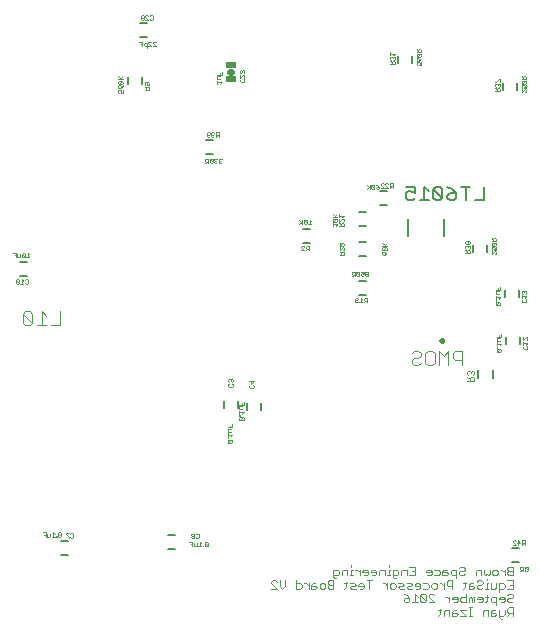
<source format=gbo>
G75*
%MOIN*%
%OFA0B0*%
%FSLAX25Y25*%
%IPPOS*%
%LPD*%
%AMOC8*
5,1,8,0,0,1.08239X$1,22.5*
%
%ADD10C,0.00200*%
%ADD11C,0.00600*%
%ADD12C,0.00100*%
%ADD13C,0.00400*%
%ADD14C,0.01000*%
%ADD15C,0.02200*%
%ADD16R,0.03740X0.01969*%
%ADD17C,0.00500*%
D10*
X0144695Y0042002D02*
X0146564Y0042002D01*
X0144695Y0043871D01*
X0144695Y0044338D01*
X0145162Y0044805D01*
X0146096Y0044805D01*
X0146564Y0044338D01*
X0147458Y0044805D02*
X0147458Y0042936D01*
X0148392Y0042002D01*
X0149326Y0042936D01*
X0149326Y0044805D01*
X0152982Y0044805D02*
X0152982Y0042002D01*
X0154384Y0042002D01*
X0154851Y0042469D01*
X0154851Y0043404D01*
X0154384Y0043871D01*
X0152982Y0043871D01*
X0155751Y0043871D02*
X0156218Y0043871D01*
X0157153Y0042936D01*
X0158047Y0042936D02*
X0159448Y0042936D01*
X0159915Y0042469D01*
X0159448Y0042002D01*
X0158047Y0042002D01*
X0158047Y0043404D01*
X0158514Y0043871D01*
X0159448Y0043871D01*
X0160809Y0043404D02*
X0160809Y0042469D01*
X0161276Y0042002D01*
X0162210Y0042002D01*
X0162677Y0042469D01*
X0162677Y0043404D01*
X0162210Y0043871D01*
X0161276Y0043871D01*
X0160809Y0043404D01*
X0163571Y0043871D02*
X0164038Y0043404D01*
X0165440Y0043404D01*
X0165440Y0044805D02*
X0164038Y0044805D01*
X0163571Y0044338D01*
X0163571Y0043871D01*
X0164038Y0043404D02*
X0163571Y0042936D01*
X0163571Y0042469D01*
X0164038Y0042002D01*
X0165440Y0042002D01*
X0165440Y0044805D01*
X0165880Y0045568D02*
X0165413Y0046035D01*
X0165413Y0048371D01*
X0166814Y0048371D01*
X0167281Y0047904D01*
X0167281Y0046969D01*
X0166814Y0046502D01*
X0165413Y0046502D01*
X0165880Y0045568D02*
X0166347Y0045568D01*
X0168175Y0046502D02*
X0168175Y0047904D01*
X0168642Y0048371D01*
X0170044Y0048371D01*
X0170044Y0046502D01*
X0170951Y0046502D02*
X0171885Y0046502D01*
X0171418Y0046502D02*
X0171418Y0048371D01*
X0171885Y0048371D01*
X0172786Y0048371D02*
X0173253Y0048371D01*
X0174187Y0047436D01*
X0175081Y0047436D02*
X0176949Y0047436D01*
X0176949Y0046969D02*
X0176949Y0047904D01*
X0176482Y0048371D01*
X0175548Y0048371D01*
X0175081Y0047904D01*
X0175081Y0047436D01*
X0175548Y0046502D02*
X0176482Y0046502D01*
X0176949Y0046969D01*
X0177843Y0047436D02*
X0179712Y0047436D01*
X0179712Y0046969D02*
X0179712Y0047904D01*
X0179245Y0048371D01*
X0178311Y0048371D01*
X0177843Y0047904D01*
X0177843Y0047436D01*
X0178311Y0046502D02*
X0179245Y0046502D01*
X0179712Y0046969D01*
X0180606Y0046502D02*
X0180606Y0047904D01*
X0181073Y0048371D01*
X0182474Y0048371D01*
X0182474Y0046502D01*
X0183382Y0046502D02*
X0184316Y0046502D01*
X0183849Y0046502D02*
X0183849Y0048371D01*
X0184316Y0048371D01*
X0185210Y0048371D02*
X0186611Y0048371D01*
X0187078Y0047904D01*
X0187078Y0046969D01*
X0186611Y0046502D01*
X0185210Y0046502D01*
X0185210Y0046035D02*
X0185210Y0048371D01*
X0183849Y0049305D02*
X0183849Y0049772D01*
X0187972Y0047904D02*
X0187972Y0046502D01*
X0187972Y0047904D02*
X0188439Y0048371D01*
X0189840Y0048371D01*
X0189840Y0046502D01*
X0190734Y0046502D02*
X0192603Y0046502D01*
X0192603Y0049305D01*
X0190734Y0049305D01*
X0191669Y0047904D02*
X0192603Y0047904D01*
X0196259Y0047904D02*
X0196259Y0047436D01*
X0198127Y0047436D01*
X0198127Y0046969D02*
X0198127Y0047904D01*
X0197660Y0048371D01*
X0196726Y0048371D01*
X0196259Y0047904D01*
X0196726Y0046502D02*
X0197660Y0046502D01*
X0198127Y0046969D01*
X0199022Y0046502D02*
X0200423Y0046502D01*
X0200890Y0046969D01*
X0200890Y0047904D01*
X0200423Y0048371D01*
X0199022Y0048371D01*
X0201784Y0047904D02*
X0201784Y0046502D01*
X0203185Y0046502D01*
X0203652Y0046969D01*
X0203185Y0047436D01*
X0201784Y0047436D01*
X0201784Y0047904D02*
X0202251Y0048371D01*
X0203185Y0048371D01*
X0204546Y0047904D02*
X0204546Y0046969D01*
X0205013Y0046502D01*
X0206414Y0046502D01*
X0206414Y0045568D02*
X0206414Y0048371D01*
X0205013Y0048371D01*
X0204546Y0047904D01*
X0207309Y0047436D02*
X0207309Y0046969D01*
X0207776Y0046502D01*
X0208710Y0046502D01*
X0209177Y0046969D01*
X0208710Y0047904D02*
X0207776Y0047904D01*
X0207309Y0047436D01*
X0207309Y0048838D02*
X0207776Y0049305D01*
X0208710Y0049305D01*
X0209177Y0048838D01*
X0209177Y0048371D01*
X0208710Y0047904D01*
X0209170Y0044338D02*
X0209170Y0042469D01*
X0208703Y0042002D01*
X0210531Y0042002D02*
X0211933Y0042002D01*
X0212400Y0042469D01*
X0211933Y0042936D01*
X0210531Y0042936D01*
X0210531Y0043404D02*
X0210531Y0042002D01*
X0210531Y0043404D02*
X0210998Y0043871D01*
X0211933Y0043871D01*
X0213294Y0044338D02*
X0213761Y0044805D01*
X0214695Y0044805D01*
X0215162Y0044338D01*
X0215162Y0043871D01*
X0214695Y0043404D01*
X0213761Y0043404D01*
X0213294Y0042936D01*
X0213294Y0042469D01*
X0213761Y0042002D01*
X0214695Y0042002D01*
X0215162Y0042469D01*
X0216069Y0042002D02*
X0217003Y0042002D01*
X0216536Y0042002D02*
X0216536Y0043871D01*
X0217003Y0043871D01*
X0217898Y0043871D02*
X0217898Y0042002D01*
X0219299Y0042002D01*
X0219766Y0042469D01*
X0219766Y0043871D01*
X0220660Y0043871D02*
X0222061Y0043871D01*
X0222528Y0043404D01*
X0222528Y0042469D01*
X0222061Y0042002D01*
X0220660Y0042002D01*
X0220660Y0041068D02*
X0220660Y0043871D01*
X0219759Y0046502D02*
X0218825Y0046502D01*
X0218358Y0046969D01*
X0218358Y0047904D01*
X0218825Y0048371D01*
X0219759Y0048371D01*
X0220226Y0047904D01*
X0220226Y0046969D01*
X0219759Y0046502D01*
X0221127Y0048371D02*
X0221594Y0048371D01*
X0222528Y0047436D01*
X0223422Y0047436D02*
X0223422Y0046969D01*
X0223889Y0046502D01*
X0225291Y0046502D01*
X0225291Y0049305D01*
X0223889Y0049305D01*
X0223422Y0048838D01*
X0223422Y0048371D01*
X0223889Y0047904D01*
X0225291Y0047904D01*
X0223889Y0047904D02*
X0223422Y0047436D01*
X0222528Y0046502D02*
X0222528Y0048371D01*
X0223422Y0044805D02*
X0225291Y0044805D01*
X0225291Y0042002D01*
X0223422Y0042002D01*
X0224356Y0043404D02*
X0225291Y0043404D01*
X0224823Y0040305D02*
X0225291Y0039838D01*
X0225291Y0039371D01*
X0224823Y0038904D01*
X0223889Y0038904D01*
X0223422Y0038436D01*
X0223422Y0037969D01*
X0223889Y0037502D01*
X0224823Y0037502D01*
X0225291Y0037969D01*
X0225291Y0035805D02*
X0223889Y0035805D01*
X0223422Y0035338D01*
X0223422Y0034404D01*
X0223889Y0033936D01*
X0225291Y0033936D01*
X0225291Y0033002D02*
X0225291Y0035805D01*
X0224356Y0033936D02*
X0223422Y0033002D01*
X0222528Y0033469D02*
X0222528Y0034871D01*
X0222528Y0033469D02*
X0222061Y0033002D01*
X0220660Y0033002D01*
X0220660Y0032535D02*
X0221127Y0032068D01*
X0221594Y0032068D01*
X0220660Y0032535D02*
X0220660Y0034871D01*
X0219299Y0034871D02*
X0218365Y0034871D01*
X0217898Y0034404D01*
X0217898Y0033002D01*
X0219299Y0033002D01*
X0219766Y0033469D01*
X0219299Y0033936D01*
X0217898Y0033936D01*
X0217003Y0033002D02*
X0217003Y0034871D01*
X0215602Y0034871D01*
X0215135Y0034404D01*
X0215135Y0033002D01*
X0211479Y0033002D02*
X0210545Y0033002D01*
X0211012Y0033002D02*
X0211012Y0035805D01*
X0211479Y0035805D02*
X0210545Y0035805D01*
X0209637Y0034871D02*
X0207769Y0034871D01*
X0209637Y0033002D01*
X0207769Y0033002D01*
X0206875Y0033469D02*
X0206408Y0033936D01*
X0205007Y0033936D01*
X0205007Y0034404D02*
X0205007Y0033002D01*
X0206408Y0033002D01*
X0206875Y0033469D01*
X0206408Y0034871D02*
X0205474Y0034871D01*
X0205007Y0034404D01*
X0204113Y0034871D02*
X0204113Y0033002D01*
X0204113Y0034871D02*
X0202711Y0034871D01*
X0202244Y0034404D01*
X0202244Y0033002D01*
X0200883Y0033469D02*
X0200416Y0033002D01*
X0200883Y0033469D02*
X0200883Y0035338D01*
X0201350Y0034871D02*
X0200416Y0034871D01*
X0199048Y0037502D02*
X0197180Y0039371D01*
X0197180Y0039838D01*
X0197647Y0040305D01*
X0198581Y0040305D01*
X0199048Y0039838D01*
X0199502Y0042002D02*
X0199969Y0042469D01*
X0199969Y0043404D01*
X0199502Y0043871D01*
X0198568Y0043871D01*
X0198101Y0043404D01*
X0198101Y0042469D01*
X0198568Y0042002D01*
X0199502Y0042002D01*
X0200870Y0043871D02*
X0201337Y0043871D01*
X0202271Y0042936D01*
X0202271Y0042002D02*
X0202271Y0043871D01*
X0203165Y0044338D02*
X0203165Y0043404D01*
X0203632Y0042936D01*
X0205033Y0042936D01*
X0205033Y0042002D02*
X0205033Y0044805D01*
X0203632Y0044805D01*
X0203165Y0044338D01*
X0203178Y0039371D02*
X0202711Y0039371D01*
X0203178Y0039371D02*
X0204113Y0038436D01*
X0205007Y0038436D02*
X0206875Y0038436D01*
X0206875Y0037969D02*
X0206875Y0038904D01*
X0206408Y0039371D01*
X0205474Y0039371D01*
X0205007Y0038904D01*
X0205007Y0038436D01*
X0205474Y0037502D02*
X0206408Y0037502D01*
X0206875Y0037969D01*
X0207769Y0037969D02*
X0207769Y0038904D01*
X0208236Y0039371D01*
X0209637Y0039371D01*
X0209637Y0040305D02*
X0209637Y0037502D01*
X0208236Y0037502D01*
X0207769Y0037969D01*
X0210531Y0037502D02*
X0210531Y0038904D01*
X0210998Y0039371D01*
X0211465Y0038904D01*
X0211465Y0037502D01*
X0212400Y0037502D02*
X0212400Y0039371D01*
X0211933Y0039371D01*
X0211465Y0038904D01*
X0213294Y0038904D02*
X0213294Y0038436D01*
X0215162Y0038436D01*
X0215162Y0037969D02*
X0215162Y0038904D01*
X0214695Y0039371D01*
X0213761Y0039371D01*
X0213294Y0038904D01*
X0213761Y0037502D02*
X0214695Y0037502D01*
X0215162Y0037969D01*
X0216069Y0037502D02*
X0216536Y0037969D01*
X0216536Y0039838D01*
X0217003Y0039371D02*
X0216069Y0039371D01*
X0217898Y0038904D02*
X0217898Y0037969D01*
X0218365Y0037502D01*
X0219766Y0037502D01*
X0219766Y0036568D02*
X0219766Y0039371D01*
X0218365Y0039371D01*
X0217898Y0038904D01*
X0220660Y0038904D02*
X0220660Y0038436D01*
X0222528Y0038436D01*
X0222528Y0037969D02*
X0222528Y0038904D01*
X0222061Y0039371D01*
X0221127Y0039371D01*
X0220660Y0038904D01*
X0221127Y0037502D02*
X0222061Y0037502D01*
X0222528Y0037969D01*
X0223422Y0039838D02*
X0223889Y0040305D01*
X0224823Y0040305D01*
X0216536Y0044805D02*
X0216536Y0045272D01*
X0216997Y0046502D02*
X0216530Y0046969D01*
X0216063Y0046502D01*
X0215596Y0046969D01*
X0215596Y0048371D01*
X0214702Y0048371D02*
X0213300Y0048371D01*
X0212833Y0047904D01*
X0212833Y0046502D01*
X0214702Y0046502D02*
X0214702Y0048371D01*
X0217464Y0048371D02*
X0217464Y0046969D01*
X0216997Y0046502D01*
X0209637Y0043871D02*
X0208703Y0043871D01*
X0204113Y0039371D02*
X0204113Y0037502D01*
X0199048Y0037502D02*
X0197180Y0037502D01*
X0196286Y0037969D02*
X0194418Y0039838D01*
X0194418Y0037969D01*
X0194885Y0037502D01*
X0195819Y0037502D01*
X0196286Y0037969D01*
X0196286Y0039838D01*
X0195819Y0040305D01*
X0194885Y0040305D01*
X0194418Y0039838D01*
X0193523Y0039371D02*
X0192589Y0040305D01*
X0192589Y0037502D01*
X0193523Y0037502D02*
X0191655Y0037502D01*
X0190761Y0037969D02*
X0190294Y0037502D01*
X0189360Y0037502D01*
X0188893Y0037969D01*
X0188893Y0038436D01*
X0189360Y0038904D01*
X0190761Y0038904D01*
X0190761Y0037969D01*
X0190761Y0038904D02*
X0189827Y0039838D01*
X0188893Y0040305D01*
X0188920Y0042002D02*
X0187518Y0042002D01*
X0187051Y0042469D01*
X0187518Y0042936D01*
X0188453Y0042936D01*
X0188920Y0043404D01*
X0188453Y0043871D01*
X0187051Y0043871D01*
X0186157Y0043404D02*
X0186157Y0042469D01*
X0185690Y0042002D01*
X0184756Y0042002D01*
X0184289Y0042469D01*
X0184289Y0043404D01*
X0184756Y0043871D01*
X0185690Y0043871D01*
X0186157Y0043404D01*
X0186144Y0045568D02*
X0185677Y0045568D01*
X0185210Y0046035D01*
X0183395Y0043871D02*
X0183395Y0042002D01*
X0183395Y0042936D02*
X0182461Y0043871D01*
X0181994Y0043871D01*
X0178331Y0044805D02*
X0176462Y0044805D01*
X0177396Y0044805D02*
X0177396Y0042002D01*
X0175568Y0042469D02*
X0175568Y0043404D01*
X0175101Y0043871D01*
X0174167Y0043871D01*
X0173700Y0043404D01*
X0173700Y0042936D01*
X0175568Y0042936D01*
X0175568Y0042469D02*
X0175101Y0042002D01*
X0174167Y0042002D01*
X0172806Y0042002D02*
X0171405Y0042002D01*
X0170938Y0042469D01*
X0171405Y0042936D01*
X0172339Y0042936D01*
X0172806Y0043404D01*
X0172339Y0043871D01*
X0170938Y0043871D01*
X0170044Y0043871D02*
X0169109Y0043871D01*
X0169576Y0044338D02*
X0169576Y0042469D01*
X0169109Y0042002D01*
X0174187Y0046502D02*
X0174187Y0048371D01*
X0171418Y0049305D02*
X0171418Y0049772D01*
X0157153Y0043871D02*
X0157153Y0042002D01*
X0189814Y0042469D02*
X0190281Y0042936D01*
X0191215Y0042936D01*
X0191682Y0043404D01*
X0191215Y0043871D01*
X0189814Y0043871D01*
X0189814Y0042469D02*
X0190281Y0042002D01*
X0191682Y0042002D01*
X0192576Y0042936D02*
X0194444Y0042936D01*
X0194444Y0042469D02*
X0194444Y0043404D01*
X0193977Y0043871D01*
X0193043Y0043871D01*
X0192576Y0043404D01*
X0192576Y0042936D01*
X0193043Y0042002D02*
X0193977Y0042002D01*
X0194444Y0042469D01*
X0195338Y0042002D02*
X0196740Y0042002D01*
X0197207Y0042469D01*
X0197207Y0043404D01*
X0196740Y0043871D01*
X0195338Y0043871D01*
X0210074Y0111137D02*
X0212238Y0111137D01*
X0212238Y0112219D01*
X0211877Y0112580D01*
X0211156Y0112580D01*
X0210795Y0112219D01*
X0210795Y0111137D01*
X0210795Y0111858D02*
X0210074Y0112580D01*
X0210434Y0113312D02*
X0210074Y0113673D01*
X0210074Y0114394D01*
X0210434Y0114755D01*
X0210795Y0114755D01*
X0211156Y0114394D01*
X0211156Y0114033D01*
X0211156Y0114394D02*
X0211516Y0114755D01*
X0211877Y0114755D01*
X0212238Y0114394D01*
X0212238Y0113673D01*
X0211877Y0113312D01*
D11*
X0213755Y0112431D02*
X0213755Y0114793D01*
X0218480Y0114793D02*
X0218480Y0112431D01*
X0222887Y0123674D02*
X0222887Y0126036D01*
X0227611Y0126036D02*
X0227611Y0123674D01*
X0227272Y0139249D02*
X0227272Y0141611D01*
X0222548Y0141611D02*
X0222548Y0139249D01*
X0216580Y0154131D02*
X0216580Y0156493D01*
X0211855Y0156493D02*
X0211855Y0154131D01*
X0202296Y0159509D02*
X0202296Y0165119D01*
X0190139Y0165119D02*
X0190139Y0159509D01*
X0183398Y0169950D02*
X0181036Y0169950D01*
X0181036Y0174674D02*
X0183398Y0174674D01*
X0176398Y0167674D02*
X0174036Y0167674D01*
X0174036Y0162950D02*
X0176398Y0162950D01*
X0176398Y0157674D02*
X0174036Y0157674D01*
X0174036Y0152950D02*
X0176398Y0152950D01*
X0176398Y0144674D02*
X0174036Y0144674D01*
X0174036Y0139950D02*
X0176398Y0139950D01*
X0157529Y0157228D02*
X0155167Y0157228D01*
X0155167Y0161952D02*
X0157529Y0161952D01*
X0125398Y0186950D02*
X0123036Y0186950D01*
X0123036Y0191674D02*
X0125398Y0191674D01*
X0101580Y0210131D02*
X0101580Y0212493D01*
X0096855Y0212493D02*
X0096855Y0210131D01*
X0101036Y0225950D02*
X0103398Y0225950D01*
X0103398Y0230674D02*
X0101036Y0230674D01*
X0063391Y0150910D02*
X0061028Y0150910D01*
X0061028Y0146186D02*
X0063391Y0146186D01*
X0128855Y0104485D02*
X0128855Y0102123D01*
X0133580Y0102123D02*
X0133580Y0104485D01*
X0136729Y0104036D02*
X0136729Y0101674D01*
X0141454Y0101674D02*
X0141454Y0104036D01*
X0112745Y0059965D02*
X0110383Y0059965D01*
X0110383Y0055241D02*
X0112745Y0055241D01*
X0076910Y0053375D02*
X0074548Y0053375D01*
X0074548Y0058099D02*
X0076910Y0058099D01*
X0221855Y0208131D02*
X0221855Y0210493D01*
X0226580Y0210493D02*
X0226580Y0208131D01*
X0191580Y0217131D02*
X0191580Y0219493D01*
X0186855Y0219493D02*
X0186855Y0217131D01*
X0225036Y0055674D02*
X0227398Y0055674D01*
X0227398Y0050950D02*
X0225036Y0050950D01*
D12*
X0069523Y0059287D02*
X0069523Y0060788D01*
X0068522Y0060788D01*
X0069022Y0060038D02*
X0069523Y0060038D01*
X0069995Y0060288D02*
X0069995Y0059287D01*
X0070746Y0059287D01*
X0070996Y0059537D01*
X0070996Y0060288D01*
X0071969Y0060788D02*
X0071969Y0059287D01*
X0072469Y0059287D02*
X0071468Y0059287D01*
X0072469Y0060288D02*
X0071969Y0060788D01*
X0072956Y0059537D02*
X0072956Y0059287D01*
X0073206Y0059287D01*
X0073206Y0059537D01*
X0072956Y0059537D01*
X0073678Y0059537D02*
X0073928Y0059287D01*
X0074429Y0059287D01*
X0074679Y0059537D01*
X0073678Y0060538D01*
X0073678Y0059537D01*
X0073678Y0060538D02*
X0073928Y0060788D01*
X0074429Y0060788D01*
X0074679Y0060538D01*
X0074679Y0059537D01*
X0076205Y0060288D02*
X0077206Y0059287D01*
X0077206Y0059037D01*
X0077678Y0059287D02*
X0077928Y0059037D01*
X0078429Y0059037D01*
X0078679Y0059287D01*
X0078679Y0060288D01*
X0078429Y0060538D01*
X0077928Y0060538D01*
X0077678Y0060288D01*
X0077206Y0060538D02*
X0076205Y0060538D01*
X0076205Y0060288D01*
X0117357Y0057654D02*
X0118357Y0057654D01*
X0118357Y0056153D01*
X0118830Y0056153D02*
X0118830Y0057154D01*
X0118357Y0056904D02*
X0117857Y0056904D01*
X0118830Y0056153D02*
X0119580Y0056153D01*
X0119831Y0056403D01*
X0119831Y0057154D01*
X0120803Y0057654D02*
X0120803Y0056153D01*
X0120303Y0056153D02*
X0121304Y0056153D01*
X0121790Y0056153D02*
X0122041Y0056153D01*
X0122041Y0056403D01*
X0121790Y0056403D01*
X0121790Y0056153D01*
X0122513Y0056403D02*
X0122763Y0056153D01*
X0123264Y0056153D01*
X0123514Y0056403D01*
X0122513Y0057404D01*
X0122513Y0056403D01*
X0123514Y0056403D02*
X0123514Y0057404D01*
X0123264Y0057654D01*
X0122763Y0057654D01*
X0122513Y0057404D01*
X0121304Y0057154D02*
X0120803Y0057654D01*
X0120264Y0058903D02*
X0119763Y0058903D01*
X0119513Y0059153D01*
X0119041Y0059153D02*
X0119041Y0059404D01*
X0118790Y0059654D01*
X0118290Y0059654D01*
X0118040Y0059404D01*
X0118040Y0059153D01*
X0118290Y0058903D01*
X0118790Y0058903D01*
X0119041Y0059153D01*
X0118790Y0059654D02*
X0119041Y0059904D01*
X0119041Y0060154D01*
X0118790Y0060404D01*
X0118290Y0060404D01*
X0118040Y0060154D01*
X0118040Y0059904D01*
X0118290Y0059654D01*
X0119513Y0060154D02*
X0119763Y0060404D01*
X0120264Y0060404D01*
X0120514Y0060154D01*
X0120514Y0059153D01*
X0120264Y0058903D01*
X0130418Y0090724D02*
X0131418Y0091725D01*
X0130418Y0091725D01*
X0130167Y0091475D01*
X0130167Y0090974D01*
X0130418Y0090724D01*
X0131418Y0090724D01*
X0131669Y0090974D01*
X0131669Y0091475D01*
X0131418Y0091725D01*
X0130418Y0092198D02*
X0130418Y0092448D01*
X0130167Y0092448D01*
X0130167Y0092198D01*
X0130418Y0092198D01*
X0130167Y0092934D02*
X0130167Y0093935D01*
X0130167Y0093435D02*
X0131669Y0093435D01*
X0131168Y0092934D01*
X0131168Y0094407D02*
X0130418Y0094407D01*
X0130167Y0094658D01*
X0130167Y0095408D01*
X0131168Y0095408D01*
X0130918Y0095881D02*
X0130918Y0096381D01*
X0130167Y0095881D02*
X0131669Y0095881D01*
X0131669Y0096882D01*
X0134104Y0098400D02*
X0134355Y0098149D01*
X0135355Y0099150D01*
X0134355Y0099150D01*
X0134104Y0098900D01*
X0134104Y0098400D01*
X0134355Y0098149D02*
X0135355Y0098149D01*
X0135606Y0098400D01*
X0135606Y0098900D01*
X0135355Y0099150D01*
X0134355Y0099623D02*
X0134355Y0099873D01*
X0134104Y0099873D01*
X0134104Y0099623D01*
X0134355Y0099623D01*
X0134104Y0100359D02*
X0134104Y0101360D01*
X0134104Y0100860D02*
X0135606Y0100860D01*
X0135105Y0100359D01*
X0135105Y0101833D02*
X0134355Y0101833D01*
X0134104Y0102083D01*
X0134104Y0102833D01*
X0135105Y0102833D01*
X0134855Y0103306D02*
X0134855Y0103806D01*
X0135606Y0103306D02*
X0135606Y0104307D01*
X0135606Y0103306D02*
X0134104Y0103306D01*
X0131668Y0109407D02*
X0130668Y0109407D01*
X0130417Y0109658D01*
X0130417Y0110158D01*
X0130668Y0110408D01*
X0130668Y0110881D02*
X0130417Y0111131D01*
X0130417Y0111631D01*
X0130668Y0111882D01*
X0130918Y0111882D01*
X0131168Y0111631D01*
X0131168Y0111381D01*
X0131168Y0111631D02*
X0131418Y0111882D01*
X0131668Y0111882D01*
X0131919Y0111631D01*
X0131919Y0111131D01*
X0131668Y0110881D01*
X0131668Y0110408D02*
X0131919Y0110158D01*
X0131919Y0109658D01*
X0131668Y0109407D01*
X0137291Y0109209D02*
X0137291Y0109709D01*
X0137542Y0109959D01*
X0138042Y0110432D02*
X0138042Y0111433D01*
X0138793Y0111182D02*
X0138042Y0110432D01*
X0138542Y0109959D02*
X0138793Y0109709D01*
X0138793Y0109209D01*
X0138542Y0108959D01*
X0137542Y0108959D01*
X0137291Y0109209D01*
X0137291Y0111182D02*
X0138793Y0111182D01*
X0172640Y0137762D02*
X0172640Y0138763D01*
X0172890Y0139013D01*
X0173390Y0139013D01*
X0173641Y0138763D01*
X0173641Y0138513D01*
X0173390Y0138262D01*
X0172640Y0138262D01*
X0172640Y0137762D02*
X0172890Y0137512D01*
X0173390Y0137512D01*
X0173641Y0137762D01*
X0174113Y0137512D02*
X0175114Y0137512D01*
X0175586Y0137512D02*
X0176087Y0138012D01*
X0175836Y0138012D02*
X0176587Y0138012D01*
X0176587Y0137512D02*
X0176587Y0139013D01*
X0175836Y0139013D01*
X0175586Y0138763D01*
X0175586Y0138262D01*
X0175836Y0138012D01*
X0175114Y0138513D02*
X0174613Y0139013D01*
X0174613Y0137512D01*
X0174836Y0146262D02*
X0175337Y0146262D01*
X0175587Y0146512D01*
X0176060Y0146512D02*
X0176060Y0147513D01*
X0176310Y0147763D01*
X0176810Y0147763D01*
X0177060Y0147513D01*
X0177060Y0147263D01*
X0176810Y0147012D01*
X0176060Y0147012D01*
X0175587Y0147012D02*
X0175087Y0147263D01*
X0174836Y0147263D01*
X0174586Y0147012D01*
X0174586Y0146512D01*
X0174836Y0146262D01*
X0174114Y0146512D02*
X0173113Y0147513D01*
X0173113Y0146512D01*
X0173363Y0146262D01*
X0173864Y0146262D01*
X0174114Y0146512D01*
X0174114Y0147513D01*
X0173864Y0147763D01*
X0173363Y0147763D01*
X0173113Y0147513D01*
X0172641Y0147763D02*
X0171890Y0147763D01*
X0171640Y0147513D01*
X0171640Y0147012D01*
X0171890Y0146762D01*
X0172641Y0146762D01*
X0172641Y0146262D02*
X0172641Y0147763D01*
X0172140Y0146762D02*
X0171640Y0146262D01*
X0174586Y0147763D02*
X0175587Y0147763D01*
X0175587Y0147012D01*
X0176060Y0146512D02*
X0176310Y0146262D01*
X0176810Y0146262D01*
X0177060Y0146512D01*
X0182018Y0153362D02*
X0181767Y0153612D01*
X0181767Y0154112D01*
X0182018Y0154363D01*
X0182268Y0154363D01*
X0182518Y0154112D01*
X0182518Y0153362D01*
X0182018Y0153362D01*
X0182518Y0153362D02*
X0183018Y0153862D01*
X0183269Y0154363D01*
X0183018Y0154835D02*
X0183269Y0155085D01*
X0183269Y0155586D01*
X0183018Y0155836D01*
X0182018Y0154835D01*
X0181767Y0155085D01*
X0181767Y0155586D01*
X0182018Y0155836D01*
X0183018Y0155836D01*
X0183269Y0156308D02*
X0181767Y0156308D01*
X0182268Y0156308D02*
X0183269Y0157309D01*
X0182518Y0156559D02*
X0181767Y0157309D01*
X0182018Y0154835D02*
X0183018Y0154835D01*
X0169019Y0155085D02*
X0168768Y0154835D01*
X0169019Y0155085D02*
X0169019Y0155586D01*
X0168768Y0155836D01*
X0168518Y0155836D01*
X0167517Y0154835D01*
X0167517Y0155836D01*
X0167768Y0156308D02*
X0168768Y0157309D01*
X0167768Y0157309D01*
X0167517Y0157059D01*
X0167517Y0156559D01*
X0167768Y0156308D01*
X0168768Y0156308D01*
X0169019Y0156559D01*
X0169019Y0157059D01*
X0168768Y0157309D01*
X0168768Y0154363D02*
X0168268Y0154363D01*
X0168018Y0154112D01*
X0168018Y0153362D01*
X0168018Y0153862D02*
X0167517Y0154363D01*
X0167517Y0153362D02*
X0169019Y0153362D01*
X0169019Y0154112D01*
X0168768Y0154363D01*
X0168919Y0162942D02*
X0167417Y0162942D01*
X0167918Y0162942D02*
X0167918Y0163693D01*
X0168168Y0163943D01*
X0168668Y0163943D01*
X0168919Y0163693D01*
X0168919Y0162942D01*
X0167918Y0163442D02*
X0167417Y0163943D01*
X0167417Y0164415D02*
X0168418Y0165416D01*
X0168668Y0165416D01*
X0168919Y0165166D01*
X0168919Y0164666D01*
X0168668Y0164415D01*
X0167417Y0164415D02*
X0167417Y0165416D01*
X0167417Y0165889D02*
X0167417Y0166889D01*
X0167417Y0166389D02*
X0168919Y0166389D01*
X0168418Y0165889D01*
X0166669Y0165889D02*
X0165167Y0165889D01*
X0165668Y0165889D02*
X0166669Y0166889D01*
X0165918Y0166139D02*
X0165167Y0166889D01*
X0165418Y0165416D02*
X0165167Y0165166D01*
X0165167Y0164666D01*
X0165418Y0164415D01*
X0166418Y0165416D01*
X0165418Y0165416D01*
X0166418Y0165416D02*
X0166669Y0165166D01*
X0166669Y0164666D01*
X0166418Y0164415D01*
X0165418Y0164415D01*
X0165167Y0163943D02*
X0165167Y0162942D01*
X0165167Y0163442D02*
X0166669Y0163442D01*
X0166168Y0162942D01*
X0158037Y0163584D02*
X0157036Y0163584D01*
X0157536Y0163584D02*
X0157536Y0165085D01*
X0158037Y0164585D01*
X0156563Y0164835D02*
X0156313Y0165085D01*
X0155813Y0165085D01*
X0155563Y0164835D01*
X0156563Y0163834D01*
X0156313Y0163584D01*
X0155813Y0163584D01*
X0155563Y0163834D01*
X0155563Y0164835D01*
X0155090Y0165085D02*
X0155090Y0163584D01*
X0155090Y0164084D02*
X0154089Y0165085D01*
X0154840Y0164334D02*
X0154089Y0163584D01*
X0156563Y0163834D02*
X0156563Y0164835D01*
X0156494Y0156291D02*
X0156244Y0156041D01*
X0156244Y0155540D01*
X0156494Y0155290D01*
X0157245Y0155290D01*
X0157245Y0154790D02*
X0157245Y0156291D01*
X0156494Y0156291D01*
X0155771Y0156041D02*
X0155521Y0156291D01*
X0155021Y0156291D01*
X0154770Y0156041D01*
X0154770Y0155791D01*
X0155771Y0154790D01*
X0154770Y0154790D01*
X0156244Y0154790D02*
X0156744Y0155290D01*
X0176640Y0175262D02*
X0177390Y0176012D01*
X0177641Y0175762D02*
X0176640Y0176763D01*
X0177641Y0176763D02*
X0177641Y0175262D01*
X0178113Y0175512D02*
X0178363Y0175262D01*
X0178864Y0175262D01*
X0179114Y0175512D01*
X0178113Y0176513D01*
X0178113Y0175512D01*
X0179114Y0175512D02*
X0179114Y0176513D01*
X0178864Y0176763D01*
X0178363Y0176763D01*
X0178113Y0176513D01*
X0179586Y0176763D02*
X0180087Y0176513D01*
X0180587Y0176012D01*
X0179836Y0176012D01*
X0179586Y0175762D01*
X0179586Y0175512D01*
X0179836Y0175262D01*
X0180337Y0175262D01*
X0180587Y0175512D01*
X0180587Y0176012D01*
X0181220Y0175612D02*
X0182221Y0175612D01*
X0181220Y0176613D01*
X0181220Y0176863D01*
X0181470Y0177113D01*
X0181971Y0177113D01*
X0182221Y0176863D01*
X0182693Y0176863D02*
X0182943Y0177113D01*
X0183444Y0177113D01*
X0183694Y0176863D01*
X0184166Y0176863D02*
X0184166Y0176362D01*
X0184417Y0176112D01*
X0185167Y0176112D01*
X0184667Y0176112D02*
X0184166Y0175612D01*
X0183694Y0175612D02*
X0182693Y0176613D01*
X0182693Y0176863D01*
X0182693Y0175612D02*
X0183694Y0175612D01*
X0184166Y0176863D02*
X0184417Y0177113D01*
X0185167Y0177113D01*
X0185167Y0175612D01*
X0209417Y0157639D02*
X0209417Y0157139D01*
X0209668Y0156889D01*
X0209918Y0156889D01*
X0210168Y0157139D01*
X0210168Y0157639D01*
X0209918Y0157889D01*
X0209668Y0157889D01*
X0209417Y0157639D01*
X0210168Y0157639D02*
X0210418Y0157889D01*
X0210668Y0157889D01*
X0210919Y0157639D01*
X0210919Y0157139D01*
X0210668Y0156889D01*
X0210418Y0156889D01*
X0210168Y0157139D01*
X0210418Y0156416D02*
X0210168Y0156166D01*
X0209918Y0156416D01*
X0209668Y0156416D01*
X0209417Y0156166D01*
X0209417Y0155666D01*
X0209668Y0155415D01*
X0209417Y0154943D02*
X0209918Y0154442D01*
X0209918Y0154693D02*
X0209918Y0153942D01*
X0209417Y0153942D02*
X0210919Y0153942D01*
X0210919Y0154693D01*
X0210668Y0154943D01*
X0210168Y0154943D01*
X0209918Y0154693D01*
X0210668Y0155415D02*
X0210919Y0155666D01*
X0210919Y0156166D01*
X0210668Y0156416D01*
X0210418Y0156416D01*
X0210168Y0156166D02*
X0210168Y0155916D01*
X0218167Y0155693D02*
X0218167Y0155192D01*
X0218418Y0154942D01*
X0218918Y0154942D02*
X0219168Y0155442D01*
X0219168Y0155693D01*
X0218918Y0155943D01*
X0218418Y0155943D01*
X0218167Y0155693D01*
X0218418Y0156415D02*
X0219418Y0157416D01*
X0218418Y0157416D01*
X0218167Y0157166D01*
X0218167Y0156665D01*
X0218418Y0156415D01*
X0219418Y0156415D01*
X0219669Y0156665D01*
X0219669Y0157166D01*
X0219418Y0157416D01*
X0219669Y0157889D02*
X0219669Y0158639D01*
X0219418Y0158889D01*
X0218918Y0158889D01*
X0218668Y0158639D01*
X0218668Y0157889D01*
X0218668Y0158389D02*
X0218167Y0158889D01*
X0218167Y0157889D02*
X0219669Y0157889D01*
X0219669Y0155943D02*
X0219669Y0154942D01*
X0218918Y0154942D01*
X0219168Y0154470D02*
X0219418Y0154470D01*
X0219669Y0154219D01*
X0219669Y0153719D01*
X0219418Y0153469D01*
X0219168Y0154470D02*
X0218167Y0153469D01*
X0218167Y0154470D01*
X0220962Y0142637D02*
X0220962Y0141636D01*
X0219460Y0141636D01*
X0219460Y0141164D02*
X0220461Y0141164D01*
X0220211Y0141636D02*
X0220211Y0142137D01*
X0219460Y0141164D02*
X0219460Y0140413D01*
X0219710Y0140163D01*
X0220461Y0140163D01*
X0220962Y0139190D02*
X0219460Y0139190D01*
X0219460Y0138690D02*
X0219460Y0139691D01*
X0220461Y0138690D02*
X0220962Y0139190D01*
X0219710Y0138203D02*
X0219460Y0138203D01*
X0219460Y0137953D01*
X0219710Y0137953D01*
X0219710Y0138203D01*
X0219710Y0137481D02*
X0219460Y0137231D01*
X0219460Y0136730D01*
X0219710Y0136480D01*
X0220711Y0137481D01*
X0219710Y0137481D01*
X0219710Y0136480D02*
X0220711Y0136480D01*
X0220962Y0136730D01*
X0220962Y0137231D01*
X0220711Y0137481D01*
X0228210Y0137730D02*
X0228210Y0138231D01*
X0228460Y0138481D01*
X0228210Y0138953D02*
X0228210Y0139954D01*
X0228210Y0139454D02*
X0229712Y0139454D01*
X0229211Y0138953D01*
X0229461Y0138481D02*
X0229712Y0138231D01*
X0229712Y0137730D01*
X0229461Y0137480D01*
X0228460Y0137480D01*
X0228210Y0137730D01*
X0228460Y0140426D02*
X0228210Y0140677D01*
X0228210Y0141177D01*
X0228460Y0141427D01*
X0228711Y0141427D01*
X0228961Y0141177D01*
X0228961Y0140927D01*
X0228961Y0141177D02*
X0229211Y0141427D01*
X0229461Y0141427D01*
X0229712Y0141177D01*
X0229712Y0140677D01*
X0229461Y0140426D01*
X0229550Y0125852D02*
X0229800Y0125852D01*
X0230050Y0125602D01*
X0230050Y0125102D01*
X0229800Y0124852D01*
X0230050Y0123879D02*
X0228549Y0123879D01*
X0228549Y0124379D02*
X0228549Y0123378D01*
X0228799Y0122906D02*
X0228549Y0122656D01*
X0228549Y0122155D01*
X0228799Y0121905D01*
X0229800Y0121905D01*
X0230050Y0122155D01*
X0230050Y0122656D01*
X0229800Y0122906D01*
X0229550Y0123378D02*
X0230050Y0123879D01*
X0228549Y0124852D02*
X0229550Y0125852D01*
X0228549Y0125852D02*
X0228549Y0124852D01*
X0221300Y0126062D02*
X0221300Y0127062D01*
X0220549Y0126562D02*
X0220549Y0126062D01*
X0220800Y0125589D02*
X0219799Y0125589D01*
X0219799Y0124838D01*
X0220049Y0124588D01*
X0220800Y0124588D01*
X0221300Y0123615D02*
X0219799Y0123615D01*
X0219799Y0123115D02*
X0219799Y0124116D01*
X0220800Y0123115D02*
X0221300Y0123615D01*
X0220049Y0122629D02*
X0219799Y0122629D01*
X0219799Y0122378D01*
X0220049Y0122378D01*
X0220049Y0122629D01*
X0220049Y0121906D02*
X0219799Y0121656D01*
X0219799Y0121155D01*
X0220049Y0120905D01*
X0221050Y0121906D01*
X0220049Y0121906D01*
X0221050Y0121906D02*
X0221300Y0121656D01*
X0221300Y0121155D01*
X0221050Y0120905D01*
X0220049Y0120905D01*
X0219799Y0126062D02*
X0221300Y0126062D01*
X0225470Y0058113D02*
X0225220Y0057863D01*
X0225220Y0057613D01*
X0226221Y0056612D01*
X0225220Y0056612D01*
X0225470Y0058113D02*
X0225971Y0058113D01*
X0226221Y0057863D01*
X0226693Y0057362D02*
X0227694Y0057362D01*
X0226943Y0058113D01*
X0226943Y0056612D01*
X0228166Y0056612D02*
X0228667Y0057112D01*
X0228417Y0057112D02*
X0229167Y0057112D01*
X0229167Y0056612D02*
X0229167Y0058113D01*
X0228417Y0058113D01*
X0228166Y0057863D01*
X0228166Y0057362D01*
X0228417Y0057112D01*
X0228694Y0049363D02*
X0227943Y0049363D01*
X0227693Y0049113D01*
X0227693Y0048612D01*
X0227943Y0048362D01*
X0228694Y0048362D01*
X0228694Y0047862D02*
X0228694Y0049363D01*
X0229166Y0049113D02*
X0229417Y0049363D01*
X0229917Y0049363D01*
X0230167Y0049113D01*
X0230167Y0048112D01*
X0229166Y0049113D01*
X0229166Y0048112D01*
X0229417Y0047862D01*
X0229917Y0047862D01*
X0230167Y0048112D01*
X0228194Y0048362D02*
X0227693Y0047862D01*
X0127917Y0183862D02*
X0128167Y0184112D01*
X0127917Y0183862D02*
X0127417Y0183862D01*
X0127166Y0184112D01*
X0127166Y0184362D01*
X0127417Y0184612D01*
X0127667Y0184612D01*
X0127417Y0184612D02*
X0127166Y0184863D01*
X0127166Y0185113D01*
X0127417Y0185363D01*
X0127917Y0185363D01*
X0128167Y0185113D01*
X0126694Y0185113D02*
X0126444Y0185363D01*
X0125943Y0185363D01*
X0125693Y0185113D01*
X0125693Y0184863D01*
X0125943Y0184612D01*
X0125693Y0184362D01*
X0125693Y0184112D01*
X0125943Y0183862D01*
X0126444Y0183862D01*
X0126694Y0184112D01*
X0126194Y0184612D02*
X0125943Y0184612D01*
X0125221Y0184112D02*
X0124220Y0185113D01*
X0124220Y0184112D01*
X0124470Y0183862D01*
X0124971Y0183862D01*
X0125221Y0184112D01*
X0125221Y0185113D01*
X0124971Y0185363D01*
X0124470Y0185363D01*
X0124220Y0185113D01*
X0123748Y0185363D02*
X0122997Y0185363D01*
X0122747Y0185113D01*
X0122747Y0184612D01*
X0122997Y0184362D01*
X0123748Y0184362D01*
X0123748Y0183862D02*
X0123748Y0185363D01*
X0123247Y0184362D02*
X0122747Y0183862D01*
X0123470Y0192612D02*
X0123220Y0192862D01*
X0123220Y0193863D01*
X0123470Y0194113D01*
X0123971Y0194113D01*
X0124221Y0193863D01*
X0124221Y0193613D01*
X0123971Y0193362D01*
X0123220Y0193362D01*
X0123470Y0192612D02*
X0123971Y0192612D01*
X0124221Y0192862D01*
X0124693Y0192862D02*
X0124943Y0192612D01*
X0125444Y0192612D01*
X0125694Y0192862D01*
X0126166Y0192612D02*
X0126667Y0193112D01*
X0126417Y0193112D02*
X0127167Y0193112D01*
X0127167Y0192612D02*
X0127167Y0194113D01*
X0126417Y0194113D01*
X0126166Y0193863D01*
X0126166Y0193362D01*
X0126417Y0193112D01*
X0125694Y0193863D02*
X0125444Y0194113D01*
X0124943Y0194113D01*
X0124693Y0193863D01*
X0124693Y0193613D01*
X0124943Y0193362D01*
X0124693Y0193112D01*
X0124693Y0192862D01*
X0124943Y0193362D02*
X0125194Y0193362D01*
X0126767Y0210362D02*
X0126767Y0211363D01*
X0126767Y0210862D02*
X0128269Y0210862D01*
X0127768Y0210362D01*
X0127768Y0211835D02*
X0127018Y0211835D01*
X0126767Y0212085D01*
X0126767Y0212836D01*
X0127768Y0212836D01*
X0127518Y0213308D02*
X0127518Y0213809D01*
X0128269Y0213308D02*
X0128269Y0214309D01*
X0128269Y0213308D02*
X0126767Y0213308D01*
X0134267Y0213336D02*
X0134267Y0212335D01*
X0135268Y0213336D01*
X0135518Y0213336D01*
X0135769Y0213086D01*
X0135769Y0212585D01*
X0135518Y0212335D01*
X0135518Y0211863D02*
X0135769Y0211612D01*
X0135769Y0211112D01*
X0135518Y0210862D01*
X0134518Y0210862D01*
X0134267Y0211112D01*
X0134267Y0211612D01*
X0134518Y0211863D01*
X0134518Y0213808D02*
X0134267Y0214059D01*
X0134267Y0214559D01*
X0134518Y0214809D01*
X0134768Y0214809D01*
X0135018Y0214559D01*
X0135018Y0214309D01*
X0135018Y0214559D02*
X0135268Y0214809D01*
X0135518Y0214809D01*
X0135769Y0214559D01*
X0135769Y0214059D01*
X0135518Y0213808D01*
X0106167Y0222862D02*
X0105166Y0223863D01*
X0105166Y0224113D01*
X0105417Y0224363D01*
X0105917Y0224363D01*
X0106167Y0224113D01*
X0106167Y0222862D02*
X0105166Y0222862D01*
X0104694Y0222862D02*
X0103693Y0223863D01*
X0103693Y0224113D01*
X0103943Y0224363D01*
X0104444Y0224363D01*
X0104694Y0224113D01*
X0104694Y0222862D02*
X0103693Y0222862D01*
X0103221Y0222862D02*
X0102470Y0222862D01*
X0102220Y0223112D01*
X0102220Y0223612D01*
X0102470Y0223863D01*
X0103221Y0223863D01*
X0103221Y0222361D01*
X0101748Y0222862D02*
X0101748Y0224363D01*
X0100747Y0224363D01*
X0101247Y0223612D02*
X0101748Y0223612D01*
X0101971Y0231612D02*
X0102221Y0231862D01*
X0102221Y0232112D01*
X0101971Y0232362D01*
X0101470Y0232362D01*
X0101220Y0232112D01*
X0101220Y0231862D01*
X0101470Y0231612D01*
X0101971Y0231612D01*
X0102693Y0231612D02*
X0103694Y0231612D01*
X0102693Y0232613D01*
X0102693Y0232863D01*
X0102943Y0233113D01*
X0103444Y0233113D01*
X0103694Y0232863D01*
X0104166Y0232863D02*
X0104417Y0233113D01*
X0104917Y0233113D01*
X0105167Y0232863D01*
X0105167Y0231862D01*
X0104917Y0231612D01*
X0104417Y0231612D01*
X0104166Y0231862D01*
X0102221Y0232613D02*
X0102221Y0232863D01*
X0101971Y0233113D01*
X0101470Y0233113D01*
X0101220Y0232863D01*
X0101220Y0232613D01*
X0101470Y0232362D01*
X0101971Y0232362D02*
X0102221Y0232613D01*
X0095269Y0212782D02*
X0094268Y0211782D01*
X0094518Y0212032D02*
X0093767Y0212782D01*
X0093767Y0211782D02*
X0095269Y0211782D01*
X0095018Y0211309D02*
X0094018Y0210308D01*
X0093767Y0210559D01*
X0093767Y0211059D01*
X0094018Y0211309D01*
X0095018Y0211309D01*
X0095269Y0211059D01*
X0095269Y0210559D01*
X0095018Y0210308D01*
X0094018Y0210308D01*
X0094018Y0209836D02*
X0094268Y0209836D01*
X0094518Y0209586D01*
X0094518Y0208835D01*
X0094018Y0208835D01*
X0093767Y0209085D01*
X0093767Y0209586D01*
X0094018Y0209836D01*
X0095018Y0209335D02*
X0094518Y0208835D01*
X0094518Y0208363D02*
X0094018Y0208363D01*
X0093767Y0208112D01*
X0093767Y0207612D01*
X0094018Y0207362D01*
X0094518Y0207362D02*
X0094768Y0207862D01*
X0094768Y0208112D01*
X0094518Y0208363D01*
X0095269Y0208363D02*
X0095269Y0207362D01*
X0094518Y0207362D01*
X0095018Y0209335D02*
X0095269Y0209836D01*
X0102517Y0210085D02*
X0102517Y0210586D01*
X0102768Y0210836D01*
X0103768Y0210836D01*
X0104019Y0210586D01*
X0104019Y0210085D01*
X0103768Y0209835D01*
X0103518Y0209835D01*
X0103268Y0210085D01*
X0103268Y0210836D01*
X0102517Y0210085D02*
X0102768Y0209835D01*
X0102517Y0209363D02*
X0103018Y0208862D01*
X0103018Y0209112D02*
X0103018Y0208362D01*
X0102517Y0208362D02*
X0104019Y0208362D01*
X0104019Y0209112D01*
X0103768Y0209363D01*
X0103268Y0209363D01*
X0103018Y0209112D01*
X0063552Y0153999D02*
X0063552Y0152498D01*
X0064052Y0152498D02*
X0063052Y0152498D01*
X0062579Y0152748D02*
X0061578Y0153749D01*
X0061578Y0152748D01*
X0061829Y0152498D01*
X0062329Y0152498D01*
X0062579Y0152748D01*
X0062579Y0153749D01*
X0062329Y0153999D01*
X0061829Y0153999D01*
X0061578Y0153749D01*
X0061106Y0153499D02*
X0061106Y0152748D01*
X0060856Y0152498D01*
X0060105Y0152498D01*
X0060105Y0153499D01*
X0059633Y0153249D02*
X0059132Y0153249D01*
X0059633Y0153999D02*
X0058632Y0153999D01*
X0059633Y0153999D02*
X0059633Y0152498D01*
X0063552Y0153999D02*
X0064052Y0153499D01*
X0063329Y0145249D02*
X0063579Y0144999D01*
X0063579Y0143998D01*
X0063329Y0143748D01*
X0062829Y0143748D01*
X0062578Y0143998D01*
X0062106Y0143748D02*
X0061105Y0143748D01*
X0061606Y0143748D02*
X0061606Y0145249D01*
X0062106Y0144749D01*
X0062578Y0144999D02*
X0062829Y0145249D01*
X0063329Y0145249D01*
X0060633Y0144999D02*
X0060633Y0143998D01*
X0059632Y0144999D01*
X0059632Y0143998D01*
X0059882Y0143748D01*
X0060383Y0143748D01*
X0060633Y0143998D01*
X0060633Y0144999D02*
X0060383Y0145249D01*
X0059882Y0145249D01*
X0059632Y0144999D01*
X0184417Y0216942D02*
X0185919Y0216942D01*
X0185919Y0217693D01*
X0185668Y0217943D01*
X0185168Y0217943D01*
X0184918Y0217693D01*
X0184918Y0216942D01*
X0184918Y0217442D02*
X0184417Y0217943D01*
X0184668Y0218415D02*
X0184417Y0218666D01*
X0184417Y0219166D01*
X0184668Y0219416D01*
X0184918Y0219416D01*
X0185168Y0219166D01*
X0185168Y0218916D01*
X0185168Y0219166D02*
X0185418Y0219416D01*
X0185668Y0219416D01*
X0185919Y0219166D01*
X0185919Y0218666D01*
X0185668Y0218415D01*
X0185418Y0219889D02*
X0185919Y0220389D01*
X0184417Y0220389D01*
X0184417Y0219889D02*
X0184417Y0220889D01*
X0193167Y0220889D02*
X0194669Y0220889D01*
X0194669Y0221639D01*
X0194418Y0221889D01*
X0193918Y0221889D01*
X0193668Y0221639D01*
X0193668Y0220889D01*
X0193668Y0221389D02*
X0193167Y0221889D01*
X0193418Y0220416D02*
X0193167Y0220166D01*
X0193167Y0219665D01*
X0193418Y0219415D01*
X0194418Y0220416D01*
X0193418Y0220416D01*
X0194418Y0220416D02*
X0194669Y0220166D01*
X0194669Y0219665D01*
X0194418Y0219415D01*
X0193418Y0219415D01*
X0193418Y0218943D02*
X0193668Y0218943D01*
X0193918Y0218693D01*
X0193918Y0217942D01*
X0193418Y0217942D01*
X0193167Y0218192D01*
X0193167Y0218693D01*
X0193418Y0218943D01*
X0194418Y0218442D02*
X0193918Y0217942D01*
X0193918Y0217470D02*
X0193418Y0217470D01*
X0193167Y0217219D01*
X0193167Y0216719D01*
X0193418Y0216469D01*
X0193918Y0216469D02*
X0194168Y0216969D01*
X0194168Y0217219D01*
X0193918Y0217470D01*
X0194669Y0217470D02*
X0194669Y0216469D01*
X0193918Y0216469D01*
X0194418Y0218442D02*
X0194669Y0218943D01*
X0219417Y0210889D02*
X0219668Y0210889D01*
X0220668Y0211889D01*
X0220919Y0211889D01*
X0220919Y0210889D01*
X0220668Y0210416D02*
X0220418Y0210416D01*
X0220168Y0210166D01*
X0219918Y0210416D01*
X0219668Y0210416D01*
X0219417Y0210166D01*
X0219417Y0209666D01*
X0219668Y0209415D01*
X0219417Y0208943D02*
X0219918Y0208442D01*
X0219918Y0208693D02*
X0219918Y0207942D01*
X0219417Y0207942D02*
X0220919Y0207942D01*
X0220919Y0208693D01*
X0220668Y0208943D01*
X0220168Y0208943D01*
X0219918Y0208693D01*
X0220668Y0209415D02*
X0220919Y0209666D01*
X0220919Y0210166D01*
X0220668Y0210416D01*
X0220168Y0210166D02*
X0220168Y0209916D01*
X0228167Y0209693D02*
X0228167Y0209192D01*
X0228418Y0208942D01*
X0228918Y0208942D02*
X0229168Y0209442D01*
X0229168Y0209693D01*
X0228918Y0209943D01*
X0228418Y0209943D01*
X0228167Y0209693D01*
X0228418Y0210415D02*
X0228167Y0210665D01*
X0228167Y0211166D01*
X0228418Y0211416D01*
X0229418Y0211416D01*
X0228418Y0210415D01*
X0229418Y0210415D01*
X0229669Y0210665D01*
X0229669Y0211166D01*
X0229418Y0211416D01*
X0229669Y0211889D02*
X0229669Y0212639D01*
X0229418Y0212889D01*
X0228918Y0212889D01*
X0228668Y0212639D01*
X0228668Y0211889D01*
X0228668Y0212389D02*
X0228167Y0212889D01*
X0228167Y0211889D02*
X0229669Y0211889D01*
X0229669Y0209943D02*
X0229669Y0208942D01*
X0228918Y0208942D01*
X0229168Y0208470D02*
X0229418Y0208470D01*
X0229669Y0208219D01*
X0229669Y0207719D01*
X0229418Y0207469D01*
X0229168Y0208470D02*
X0228167Y0207469D01*
X0228167Y0208470D01*
D13*
X0208360Y0121254D02*
X0206058Y0121254D01*
X0205291Y0120486D01*
X0205291Y0118952D01*
X0206058Y0118184D01*
X0208360Y0118184D01*
X0208360Y0116650D02*
X0208360Y0121254D01*
X0203756Y0121254D02*
X0203756Y0116650D01*
X0200687Y0116650D02*
X0200687Y0121254D01*
X0202221Y0119719D01*
X0203756Y0121254D01*
X0199152Y0120486D02*
X0199152Y0117417D01*
X0198385Y0116650D01*
X0196850Y0116650D01*
X0196083Y0117417D01*
X0196083Y0120486D01*
X0196850Y0121254D01*
X0198385Y0121254D01*
X0199152Y0120486D01*
X0194548Y0120486D02*
X0194548Y0119719D01*
X0193781Y0118952D01*
X0192246Y0118952D01*
X0191479Y0118184D01*
X0191479Y0117417D01*
X0192246Y0116650D01*
X0193781Y0116650D01*
X0194548Y0117417D01*
X0194548Y0120486D02*
X0193781Y0121254D01*
X0192246Y0121254D01*
X0191479Y0120486D01*
X0074282Y0129835D02*
X0071213Y0129835D01*
X0069678Y0129835D02*
X0066609Y0129835D01*
X0068143Y0129835D02*
X0068143Y0134439D01*
X0069678Y0132904D01*
X0065074Y0133671D02*
X0065074Y0130602D01*
X0062005Y0133671D01*
X0062005Y0130602D01*
X0062772Y0129835D01*
X0064307Y0129835D01*
X0065074Y0130602D01*
X0065074Y0133671D02*
X0064307Y0134439D01*
X0062772Y0134439D01*
X0062005Y0133671D01*
X0074282Y0134439D02*
X0074282Y0129835D01*
D14*
X0201085Y0124834D02*
X0201087Y0124879D01*
X0201093Y0124924D01*
X0201103Y0124968D01*
X0201116Y0125011D01*
X0201133Y0125052D01*
X0201154Y0125092D01*
X0201178Y0125131D01*
X0201206Y0125166D01*
X0201236Y0125200D01*
X0201270Y0125230D01*
X0201305Y0125258D01*
X0201343Y0125282D01*
X0201384Y0125303D01*
X0201425Y0125320D01*
X0201468Y0125333D01*
X0201512Y0125343D01*
X0201557Y0125349D01*
X0201602Y0125351D01*
X0201647Y0125349D01*
X0201692Y0125343D01*
X0201736Y0125333D01*
X0201779Y0125320D01*
X0201820Y0125303D01*
X0201860Y0125282D01*
X0201899Y0125258D01*
X0201934Y0125230D01*
X0201968Y0125200D01*
X0201998Y0125166D01*
X0202026Y0125131D01*
X0202050Y0125092D01*
X0202071Y0125052D01*
X0202088Y0125011D01*
X0202101Y0124968D01*
X0202111Y0124924D01*
X0202117Y0124879D01*
X0202119Y0124834D01*
X0202117Y0124789D01*
X0202111Y0124744D01*
X0202101Y0124700D01*
X0202088Y0124657D01*
X0202071Y0124616D01*
X0202050Y0124576D01*
X0202026Y0124537D01*
X0201998Y0124502D01*
X0201968Y0124468D01*
X0201934Y0124438D01*
X0201899Y0124410D01*
X0201861Y0124386D01*
X0201820Y0124365D01*
X0201779Y0124348D01*
X0201736Y0124335D01*
X0201692Y0124325D01*
X0201647Y0124319D01*
X0201602Y0124317D01*
X0201557Y0124319D01*
X0201512Y0124325D01*
X0201468Y0124335D01*
X0201425Y0124348D01*
X0201384Y0124365D01*
X0201343Y0124386D01*
X0201305Y0124410D01*
X0201270Y0124438D01*
X0201236Y0124468D01*
X0201206Y0124502D01*
X0201178Y0124537D01*
X0201154Y0124575D01*
X0201133Y0124616D01*
X0201116Y0124657D01*
X0201103Y0124700D01*
X0201093Y0124744D01*
X0201087Y0124789D01*
X0201085Y0124834D01*
D15*
X0131337Y0214312D02*
X0131097Y0214312D01*
D16*
X0131237Y0216596D03*
X0131237Y0211996D03*
D17*
X0189569Y0176066D02*
X0192571Y0176066D01*
X0192571Y0173814D01*
X0191070Y0174564D01*
X0190319Y0174564D01*
X0189569Y0173814D01*
X0189569Y0172312D01*
X0190319Y0171562D01*
X0191821Y0171562D01*
X0192571Y0172312D01*
X0194173Y0171562D02*
X0197175Y0171562D01*
X0195674Y0171562D02*
X0195674Y0176066D01*
X0197175Y0174564D01*
X0198777Y0175315D02*
X0201779Y0172312D01*
X0201029Y0171562D01*
X0199527Y0171562D01*
X0198777Y0172312D01*
X0198777Y0175315D01*
X0199527Y0176066D01*
X0201029Y0176066D01*
X0201779Y0175315D01*
X0201779Y0172312D01*
X0203381Y0172312D02*
X0203381Y0173063D01*
X0204131Y0173814D01*
X0206383Y0173814D01*
X0206383Y0172312D01*
X0205632Y0171562D01*
X0204131Y0171562D01*
X0203381Y0172312D01*
X0206383Y0173814D02*
X0204882Y0175315D01*
X0203381Y0176066D01*
X0207984Y0176066D02*
X0210987Y0176066D01*
X0209486Y0176066D02*
X0209486Y0171562D01*
X0212588Y0171562D02*
X0215591Y0171562D01*
X0215591Y0176066D01*
M02*

</source>
